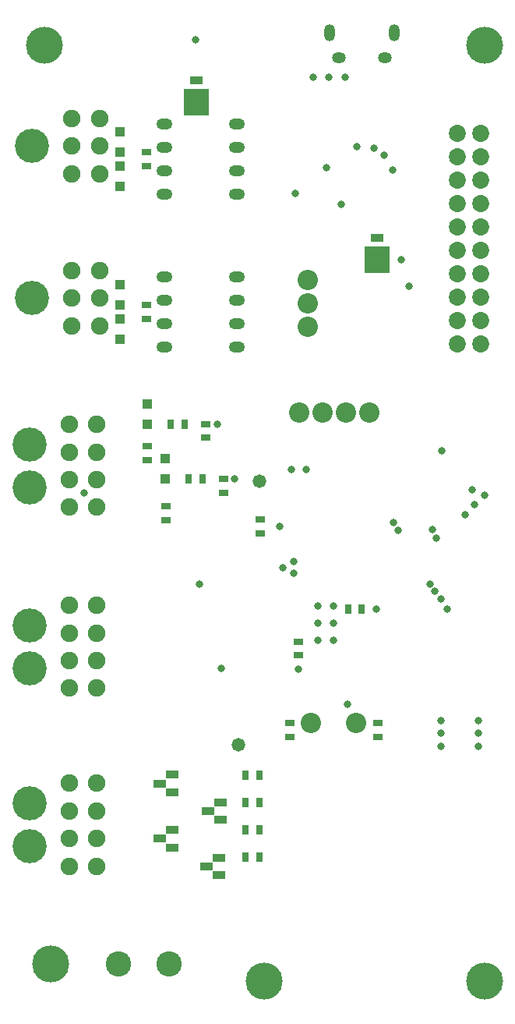
<source format=gbs>
G04 Layer_Color=16711935*
%FSLAX44Y44*%
%MOMM*%
G71*
G01*
G75*
%ADD47R,1.0032X0.7032*%
%ADD50R,0.7032X1.0032*%
%ADD51R,1.4732X0.9652*%
%ADD52R,2.7432X2.8702*%
%ADD58R,1.0032X1.0032*%
%ADD60C,2.2032*%
%ADD61O,1.7272X1.2192*%
%ADD62C,4.0132*%
%ADD63C,2.7432*%
%ADD64C,1.9032*%
%ADD65C,3.7032*%
%ADD66C,1.8542*%
%ADD67O,1.2032X1.8532*%
%ADD68O,1.5032X1.2032*%
%ADD69C,0.8382*%
%ADD70C,1.4732*%
%ADD71R,1.4532X0.8532*%
D47*
X301560Y536501D02*
D03*
Y521501D02*
D03*
X343152Y403996D02*
D03*
Y388996D02*
D03*
X429463Y300219D02*
D03*
Y315219D02*
D03*
X333693Y300420D02*
D03*
Y315420D02*
D03*
X178193Y920425D02*
D03*
Y935425D02*
D03*
Y754158D02*
D03*
Y769158D02*
D03*
X242433Y640252D02*
D03*
Y625252D02*
D03*
X178922Y616106D02*
D03*
Y601106D02*
D03*
X198631Y550779D02*
D03*
Y535779D02*
D03*
X262021Y580505D02*
D03*
Y565505D02*
D03*
D50*
X396977Y439318D02*
D03*
X411977D02*
D03*
X219158Y640166D02*
D03*
X204158D02*
D03*
X300579Y259075D02*
D03*
X285579D02*
D03*
X300579Y199612D02*
D03*
X285579D02*
D03*
X300579Y169880D02*
D03*
X285579D02*
D03*
X300579Y229343D02*
D03*
X285579D02*
D03*
X238806Y580452D02*
D03*
X223806D02*
D03*
D51*
X232294Y1012893D02*
D03*
X428674Y842264D02*
D03*
D52*
X232294Y989398D02*
D03*
X428674Y818769D02*
D03*
D58*
X149350Y897878D02*
D03*
Y919877D02*
D03*
Y957431D02*
D03*
Y935431D02*
D03*
Y791281D02*
D03*
Y769281D02*
D03*
Y731862D02*
D03*
Y753862D02*
D03*
X179028Y662153D02*
D03*
Y640153D02*
D03*
X198573Y602444D02*
D03*
Y580444D02*
D03*
D60*
X353147Y746159D02*
D03*
Y771559D02*
D03*
Y796959D02*
D03*
X344231Y653024D02*
D03*
X369631D02*
D03*
X420431D02*
D03*
X395031D02*
D03*
X356867Y315350D02*
D03*
X405667D02*
D03*
D61*
X197680Y799864D02*
D03*
Y723664D02*
D03*
X276420Y799864D02*
D03*
Y723664D02*
D03*
Y774464D02*
D03*
Y749064D02*
D03*
X197680Y774464D02*
D03*
Y749064D02*
D03*
Y966234D02*
D03*
Y890034D02*
D03*
X276420Y966234D02*
D03*
Y890034D02*
D03*
Y940834D02*
D03*
Y915434D02*
D03*
X197680Y940834D02*
D03*
Y915434D02*
D03*
D62*
X74156Y54240D02*
D03*
X67112Y1051755D02*
D03*
X545047D02*
D03*
X305828Y35371D02*
D03*
X545047D02*
D03*
D63*
X147054Y54240D02*
D03*
X202172D02*
D03*
D64*
X126705Y747004D02*
D03*
Y777004D02*
D03*
Y807004D02*
D03*
X96705D02*
D03*
Y747004D02*
D03*
Y777004D02*
D03*
X93755Y353413D02*
D03*
Y383413D02*
D03*
Y413413D02*
D03*
Y443413D02*
D03*
X123755Y353413D02*
D03*
Y383413D02*
D03*
Y413413D02*
D03*
Y443413D02*
D03*
X126705Y912104D02*
D03*
Y942104D02*
D03*
Y972104D02*
D03*
X96705D02*
D03*
Y912104D02*
D03*
Y942104D02*
D03*
X93755Y549763D02*
D03*
Y579763D02*
D03*
Y609763D02*
D03*
Y639763D02*
D03*
X123755Y549763D02*
D03*
Y579763D02*
D03*
Y609763D02*
D03*
Y639763D02*
D03*
X93755Y160023D02*
D03*
Y190023D02*
D03*
Y220023D02*
D03*
Y250023D02*
D03*
X123755Y160023D02*
D03*
Y190023D02*
D03*
Y220023D02*
D03*
Y250023D02*
D03*
D65*
X53505Y777004D02*
D03*
X50555Y421813D02*
D03*
Y375013D02*
D03*
X53505Y942104D02*
D03*
X50555Y618163D02*
D03*
Y571363D02*
D03*
Y228423D02*
D03*
Y181623D02*
D03*
D66*
X541139Y955764D02*
D03*
X515740D02*
D03*
Y930364D02*
D03*
X541139D02*
D03*
Y879564D02*
D03*
X515740D02*
D03*
Y904964D02*
D03*
X541139D02*
D03*
Y803364D02*
D03*
X515740D02*
D03*
Y777964D02*
D03*
X541139D02*
D03*
Y828764D02*
D03*
X515740D02*
D03*
Y854164D02*
D03*
X541139D02*
D03*
Y727164D02*
D03*
X515740D02*
D03*
Y752564D02*
D03*
X541139D02*
D03*
D67*
X377140Y1065125D02*
D03*
X447140D02*
D03*
D68*
X387140Y1038125D02*
D03*
X437140D02*
D03*
D69*
X446184Y533084D02*
D03*
X351487Y590671D02*
D03*
X335523D02*
D03*
X538210Y290329D02*
D03*
Y304366D02*
D03*
Y318404D02*
D03*
X498211Y290508D02*
D03*
Y304546D02*
D03*
Y318584D02*
D03*
X545574Y562556D02*
D03*
X534686Y552318D02*
D03*
X523798Y542081D02*
D03*
X406614Y941383D02*
D03*
X358721Y1016608D02*
D03*
X393954D02*
D03*
X376357D02*
D03*
X110498Y565079D02*
D03*
X231541Y1057659D02*
D03*
X343032Y374278D02*
D03*
X322753Y529142D02*
D03*
X498755Y611117D02*
D03*
X445415Y916152D02*
D03*
X492862Y516675D02*
D03*
X488792Y525528D02*
D03*
X235707Y466599D02*
D03*
X326389Y483731D02*
D03*
X337892Y477840D02*
D03*
X337679Y491206D02*
D03*
X451655Y524783D02*
D03*
X436360Y932095D02*
D03*
X273598Y580505D02*
D03*
X254707Y640217D02*
D03*
X425065Y939749D02*
D03*
X373487Y918112D02*
D03*
X463384Y790017D02*
D03*
X454664Y818837D02*
D03*
X532077Y568731D02*
D03*
X395897Y336363D02*
D03*
X427446Y439416D02*
D03*
X259238Y374717D02*
D03*
X339281Y890931D02*
D03*
X389513Y878476D02*
D03*
X363772Y442771D02*
D03*
Y424197D02*
D03*
Y405085D02*
D03*
X381000D02*
D03*
Y424197D02*
D03*
Y442771D02*
D03*
X486201Y466473D02*
D03*
X491566Y458597D02*
D03*
X497992Y450101D02*
D03*
X504896Y439486D02*
D03*
D70*
X300325Y577706D02*
D03*
X277687Y291630D02*
D03*
D71*
X205867Y199496D02*
D03*
Y180496D02*
D03*
X192367Y189996D02*
D03*
X206076Y259468D02*
D03*
Y240468D02*
D03*
X192576Y249968D02*
D03*
X256709Y169457D02*
D03*
Y150457D02*
D03*
X243209Y159957D02*
D03*
X258248Y229531D02*
D03*
Y210531D02*
D03*
X244748Y220031D02*
D03*
M02*

</source>
